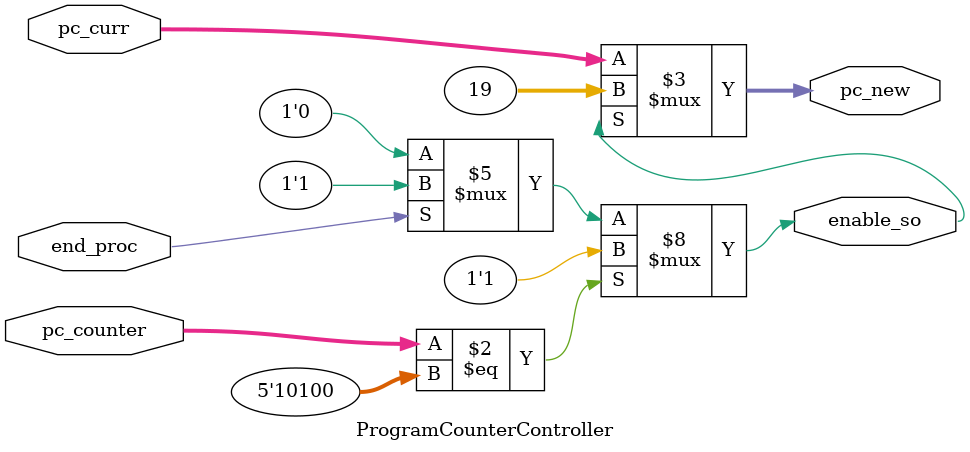
<source format=v>

module ProgramCounterController(end_proc, pc_counter, pc_curr, enable_so , pc_new);
	input end_proc;
	input [4:0]  pc_counter;
	input [31:0] pc_curr;
	output reg enable_so;
	output wire [31:0] pc_new;
	
	always @ (pc_counter or end_proc) begin
		if(pc_counter == 20 ) begin
			enable_so <= 1'b1;
		end
		else if(end_proc) begin
			enable_so <= 1'b1;
		end
		else begin
			enable_so <= 1'b0;
		end
	end
	
	assign pc_new = (enable_so) ? 32'b00000000000000000000000000010011 : pc_curr;
	
endmodule 
</source>
